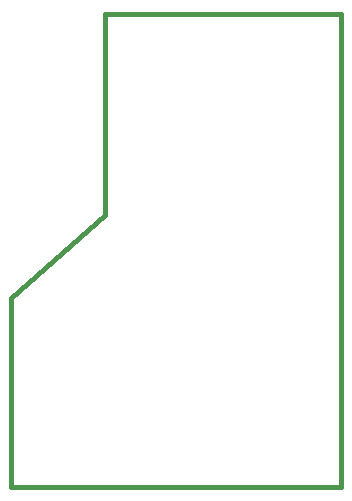
<source format=gko>
G04 Layer: BoardOutlineLayer*
G04 EasyEDA v6.5.54, 2026-02-14 17:59:59*
G04 2bbe276c55c74596aa95547dd797203b,b56bf7277742442884ecbff68b5c164c,10*
G04 Gerber Generator version 0.2*
G04 Scale: 100 percent, Rotated: No, Reflected: No *
G04 Dimensions in millimeters *
G04 leading zeros omitted , absolute positions ,4 integer and 5 decimal *
%FSLAX45Y45*%
%MOMM*%

%ADD10C,0.4000*%
%ADD11C,0.0183*%
D10*
X0Y0D02*
G01*
X2800095Y0D01*
X2800095Y3999992D01*
X800100Y3999992D01*
X800100Y2299970D01*
X0Y1599945D01*
X0Y0D01*

%LPD*%
M02*

</source>
